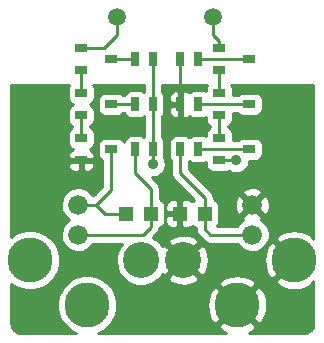
<source format=gtl>
G04 (created by PCBNEW (2013-07-07 BZR 4022)-stable) date 8/24/2014 7:03:50 PM*
%MOIN*%
G04 Gerber Fmt 3.4, Leading zero omitted, Abs format*
%FSLAX34Y34*%
G01*
G70*
G90*
G04 APERTURE LIST*
%ADD10C,0.00590551*%
%ADD11R,0.0394X0.0276*%
%ADD12R,0.025X0.045*%
%ADD13C,0.0590551*%
%ADD14C,0.066*%
%ADD15R,0.0472X0.0472*%
%ADD16C,0.15*%
%ADD17C,0.12*%
%ADD18C,0.035*%
%ADD19C,0.01*%
G04 APERTURE END LIST*
G54D10*
G54D11*
X59900Y-68700D03*
X58900Y-69075D03*
X58900Y-68325D03*
X59900Y-71700D03*
X58900Y-72075D03*
X58900Y-71325D03*
X59900Y-70200D03*
X58900Y-70575D03*
X58900Y-69825D03*
X64500Y-68700D03*
X63500Y-69075D03*
X63500Y-68325D03*
X64500Y-70200D03*
X63500Y-70575D03*
X63500Y-69825D03*
X64500Y-71700D03*
X63500Y-72075D03*
X63500Y-71325D03*
G54D12*
X61300Y-71700D03*
X60700Y-71700D03*
X61300Y-70200D03*
X60700Y-70200D03*
X61300Y-68700D03*
X60700Y-68700D03*
X62800Y-71700D03*
X62200Y-71700D03*
X62800Y-70200D03*
X62200Y-70200D03*
X62800Y-68700D03*
X62200Y-68700D03*
G54D13*
X63300Y-67300D03*
X60100Y-67300D03*
G54D14*
X58800Y-74550D03*
X58800Y-73550D03*
X64600Y-74550D03*
X64600Y-73550D03*
G54D15*
X61213Y-73850D03*
X60387Y-73850D03*
X63013Y-73850D03*
X62187Y-73850D03*
G54D16*
X57200Y-75400D03*
G54D17*
X60900Y-75400D03*
G54D16*
X59100Y-76900D03*
X64100Y-76900D03*
G54D17*
X62300Y-75400D03*
G54D16*
X66000Y-75400D03*
G54D18*
X64075Y-72075D03*
X61300Y-72200D03*
G54D19*
X62200Y-70300D02*
X62200Y-69300D01*
X62200Y-69300D02*
X62200Y-69200D01*
X62200Y-69200D02*
X62200Y-68700D01*
X58900Y-68325D02*
X59675Y-68325D01*
X60100Y-67900D02*
X60100Y-67300D01*
X59675Y-68325D02*
X60100Y-67900D01*
X60700Y-71700D02*
X60700Y-72500D01*
X61213Y-73013D02*
X61213Y-73850D01*
X60700Y-72500D02*
X61213Y-73013D01*
X58800Y-74550D02*
X60950Y-74550D01*
X61213Y-74287D02*
X61213Y-73850D01*
X60950Y-74550D02*
X61213Y-74287D01*
X63500Y-68325D02*
X63500Y-68100D01*
X63300Y-67900D02*
X63300Y-67300D01*
X63500Y-68100D02*
X63300Y-67900D01*
X62800Y-68700D02*
X64500Y-68700D01*
X62800Y-70200D02*
X64500Y-70200D01*
X64500Y-71700D02*
X62800Y-71700D01*
X63500Y-69825D02*
X63500Y-69075D01*
X63500Y-70575D02*
X63500Y-71325D01*
X59900Y-70200D02*
X60700Y-70200D01*
X58900Y-70575D02*
X58900Y-71325D01*
X58900Y-69075D02*
X58900Y-69825D01*
X60700Y-68700D02*
X59900Y-68700D01*
X62200Y-71700D02*
X62200Y-72500D01*
X63013Y-73313D02*
X63013Y-73850D01*
X62200Y-72500D02*
X63013Y-73313D01*
X64600Y-74550D02*
X63200Y-74550D01*
X63013Y-74363D02*
X63013Y-73850D01*
X63200Y-74550D02*
X63013Y-74363D01*
X59900Y-71700D02*
X59900Y-73050D01*
X59900Y-73050D02*
X59400Y-73550D01*
X59400Y-73550D02*
X58800Y-73550D01*
X58800Y-73550D02*
X59400Y-73550D01*
X59700Y-73850D02*
X60387Y-73850D01*
X59400Y-73550D02*
X59700Y-73850D01*
X64075Y-72075D02*
X63500Y-72075D01*
X61300Y-71700D02*
X61300Y-70200D01*
X61300Y-68700D02*
X61300Y-70200D01*
X61300Y-71800D02*
X61300Y-72200D01*
G54D10*
G36*
X66630Y-77564D02*
X66630Y-77565D01*
X66615Y-77619D01*
X66586Y-77678D01*
X66546Y-77730D01*
X66496Y-77773D01*
X66439Y-77806D01*
X66377Y-77828D01*
X66312Y-77837D01*
X66220Y-77831D01*
X66215Y-77831D01*
X66203Y-77830D01*
X66200Y-77830D01*
X65104Y-77830D01*
X65104Y-76892D01*
X65084Y-76697D01*
X65025Y-76509D01*
X64941Y-76350D01*
X64800Y-76269D01*
X64730Y-76340D01*
X64730Y-76199D01*
X64649Y-76058D01*
X64475Y-75967D01*
X64287Y-75912D01*
X64092Y-75895D01*
X63897Y-75915D01*
X63709Y-75974D01*
X63550Y-76058D01*
X63469Y-76199D01*
X64100Y-76829D01*
X64730Y-76199D01*
X64730Y-76340D01*
X64170Y-76900D01*
X64800Y-77530D01*
X64941Y-77449D01*
X65032Y-77275D01*
X65087Y-77087D01*
X65104Y-76892D01*
X65104Y-77830D01*
X64476Y-77830D01*
X64490Y-77825D01*
X64649Y-77741D01*
X64730Y-77600D01*
X64100Y-76970D01*
X64029Y-77041D01*
X64029Y-76900D01*
X63399Y-76269D01*
X63258Y-76350D01*
X63167Y-76524D01*
X63153Y-76572D01*
X63153Y-75385D01*
X63134Y-75220D01*
X63084Y-75061D01*
X63019Y-74939D01*
X62893Y-74876D01*
X62823Y-74947D01*
X62823Y-74806D01*
X62760Y-74680D01*
X62612Y-74605D01*
X62451Y-74559D01*
X62285Y-74546D01*
X62137Y-74563D01*
X62137Y-74273D01*
X62137Y-73900D01*
X62137Y-73800D01*
X62137Y-73426D01*
X62074Y-73364D01*
X61926Y-73363D01*
X61878Y-73373D01*
X61833Y-73392D01*
X61792Y-73419D01*
X61757Y-73453D01*
X61730Y-73494D01*
X61711Y-73539D01*
X61701Y-73587D01*
X61700Y-73636D01*
X61701Y-73737D01*
X61763Y-73800D01*
X62137Y-73800D01*
X62137Y-73900D01*
X61763Y-73900D01*
X61701Y-73962D01*
X61700Y-74063D01*
X61701Y-74112D01*
X61711Y-74160D01*
X61730Y-74205D01*
X61757Y-74246D01*
X61792Y-74280D01*
X61833Y-74307D01*
X61878Y-74326D01*
X61926Y-74336D01*
X62074Y-74336D01*
X62137Y-74273D01*
X62137Y-74563D01*
X62120Y-74565D01*
X61961Y-74615D01*
X61839Y-74680D01*
X61776Y-74806D01*
X62300Y-75329D01*
X62823Y-74806D01*
X62823Y-74947D01*
X62370Y-75400D01*
X62893Y-75923D01*
X63019Y-75860D01*
X63094Y-75712D01*
X63140Y-75551D01*
X63153Y-75385D01*
X63153Y-76572D01*
X63112Y-76712D01*
X63095Y-76907D01*
X63115Y-77102D01*
X63174Y-77290D01*
X63258Y-77449D01*
X63399Y-77530D01*
X64029Y-76900D01*
X64029Y-77041D01*
X63469Y-77600D01*
X63550Y-77741D01*
X63721Y-77830D01*
X62823Y-77830D01*
X62823Y-75993D01*
X62300Y-75470D01*
X61776Y-75993D01*
X61839Y-76119D01*
X61987Y-76194D01*
X62148Y-76240D01*
X62314Y-76253D01*
X62479Y-76234D01*
X62638Y-76184D01*
X62760Y-76119D01*
X62823Y-75993D01*
X62823Y-77830D01*
X59466Y-77830D01*
X59553Y-77796D01*
X59718Y-77691D01*
X59860Y-77556D01*
X59973Y-77396D01*
X60053Y-77217D01*
X60096Y-77025D01*
X60100Y-76801D01*
X60061Y-76609D01*
X59987Y-76428D01*
X59878Y-76264D01*
X59740Y-76125D01*
X59577Y-76016D01*
X59397Y-75940D01*
X59205Y-75900D01*
X59008Y-75899D01*
X58816Y-75936D01*
X58634Y-76009D01*
X58470Y-76116D01*
X58330Y-76254D01*
X58219Y-76415D01*
X58142Y-76596D01*
X58101Y-76787D01*
X58098Y-76984D01*
X58134Y-77176D01*
X58206Y-77359D01*
X58312Y-77524D01*
X58448Y-77665D01*
X58609Y-77777D01*
X58731Y-77830D01*
X56913Y-77830D01*
X56836Y-77822D01*
X56774Y-77804D01*
X56717Y-77774D01*
X56668Y-77733D01*
X56627Y-77683D01*
X56596Y-77627D01*
X56577Y-77566D01*
X56569Y-77489D01*
X56569Y-76179D01*
X56709Y-76277D01*
X56889Y-76355D01*
X57081Y-76397D01*
X57277Y-76401D01*
X57470Y-76367D01*
X57653Y-76296D01*
X57818Y-76191D01*
X57960Y-76056D01*
X58073Y-75896D01*
X58153Y-75717D01*
X58196Y-75525D01*
X58200Y-75301D01*
X58161Y-75109D01*
X58087Y-74928D01*
X57978Y-74764D01*
X57840Y-74625D01*
X57677Y-74516D01*
X57497Y-74440D01*
X57305Y-74400D01*
X57108Y-74399D01*
X56916Y-74436D01*
X56734Y-74509D01*
X56570Y-74616D01*
X56569Y-74617D01*
X56569Y-69550D01*
X58493Y-69550D01*
X58482Y-69567D01*
X58463Y-69612D01*
X58453Y-69660D01*
X58452Y-69709D01*
X58452Y-69987D01*
X58462Y-70035D01*
X58481Y-70080D01*
X58508Y-70121D01*
X58542Y-70156D01*
X58583Y-70183D01*
X58621Y-70200D01*
X58585Y-70215D01*
X58544Y-70242D01*
X58509Y-70276D01*
X58482Y-70317D01*
X58463Y-70362D01*
X58453Y-70410D01*
X58452Y-70459D01*
X58452Y-70737D01*
X58462Y-70785D01*
X58481Y-70830D01*
X58508Y-70871D01*
X58542Y-70906D01*
X58583Y-70933D01*
X58600Y-70940D01*
X58600Y-70959D01*
X58585Y-70965D01*
X58544Y-70992D01*
X58509Y-71026D01*
X58482Y-71067D01*
X58463Y-71112D01*
X58453Y-71160D01*
X58452Y-71209D01*
X58452Y-71487D01*
X58462Y-71535D01*
X58481Y-71580D01*
X58508Y-71621D01*
X58542Y-71656D01*
X58583Y-71683D01*
X58621Y-71700D01*
X58583Y-71716D01*
X58542Y-71743D01*
X58508Y-71778D01*
X58481Y-71819D01*
X58462Y-71864D01*
X58452Y-71912D01*
X58453Y-71962D01*
X58515Y-72025D01*
X58850Y-72025D01*
X58850Y-72017D01*
X58950Y-72017D01*
X58950Y-72025D01*
X59284Y-72025D01*
X59347Y-71962D01*
X59347Y-71912D01*
X59337Y-71864D01*
X59318Y-71819D01*
X59291Y-71778D01*
X59257Y-71743D01*
X59216Y-71716D01*
X59178Y-71699D01*
X59214Y-71684D01*
X59255Y-71657D01*
X59290Y-71623D01*
X59317Y-71582D01*
X59336Y-71537D01*
X59346Y-71489D01*
X59347Y-71440D01*
X59347Y-71162D01*
X59337Y-71114D01*
X59318Y-71069D01*
X59291Y-71028D01*
X59257Y-70993D01*
X59216Y-70966D01*
X59200Y-70959D01*
X59200Y-70940D01*
X59214Y-70934D01*
X59255Y-70907D01*
X59290Y-70873D01*
X59317Y-70832D01*
X59336Y-70787D01*
X59346Y-70739D01*
X59347Y-70690D01*
X59347Y-70412D01*
X59337Y-70364D01*
X59318Y-70319D01*
X59291Y-70278D01*
X59257Y-70243D01*
X59216Y-70216D01*
X59178Y-70199D01*
X59214Y-70184D01*
X59255Y-70157D01*
X59290Y-70123D01*
X59317Y-70082D01*
X59336Y-70037D01*
X59346Y-69989D01*
X59347Y-69940D01*
X59347Y-69662D01*
X59337Y-69614D01*
X59318Y-69569D01*
X59306Y-69550D01*
X61000Y-69550D01*
X61000Y-69796D01*
X60985Y-69781D01*
X60944Y-69754D01*
X60899Y-69735D01*
X60851Y-69725D01*
X60802Y-69724D01*
X60550Y-69724D01*
X60502Y-69734D01*
X60457Y-69753D01*
X60416Y-69780D01*
X60381Y-69814D01*
X60354Y-69855D01*
X60335Y-69900D01*
X60288Y-69900D01*
X60257Y-69868D01*
X60216Y-69841D01*
X60171Y-69822D01*
X60123Y-69812D01*
X60074Y-69811D01*
X59678Y-69811D01*
X59630Y-69821D01*
X59585Y-69840D01*
X59544Y-69867D01*
X59509Y-69901D01*
X59482Y-69942D01*
X59463Y-69987D01*
X59453Y-70035D01*
X59452Y-70084D01*
X59452Y-70362D01*
X59462Y-70410D01*
X59481Y-70455D01*
X59508Y-70496D01*
X59542Y-70531D01*
X59583Y-70558D01*
X59628Y-70577D01*
X59676Y-70587D01*
X59725Y-70588D01*
X60121Y-70588D01*
X60169Y-70578D01*
X60214Y-70559D01*
X60255Y-70532D01*
X60288Y-70500D01*
X60335Y-70500D01*
X60353Y-70542D01*
X60380Y-70583D01*
X60414Y-70618D01*
X60455Y-70645D01*
X60500Y-70664D01*
X60548Y-70674D01*
X60597Y-70675D01*
X60849Y-70675D01*
X60897Y-70665D01*
X60942Y-70646D01*
X60983Y-70619D01*
X60999Y-70603D01*
X61000Y-70603D01*
X61000Y-71296D01*
X60985Y-71281D01*
X60944Y-71254D01*
X60899Y-71235D01*
X60851Y-71225D01*
X60802Y-71224D01*
X60550Y-71224D01*
X60502Y-71234D01*
X60457Y-71253D01*
X60416Y-71280D01*
X60381Y-71314D01*
X60354Y-71355D01*
X60335Y-71400D01*
X60325Y-71448D01*
X60325Y-71459D01*
X60318Y-71444D01*
X60291Y-71403D01*
X60257Y-71368D01*
X60216Y-71341D01*
X60171Y-71322D01*
X60123Y-71312D01*
X60074Y-71311D01*
X59678Y-71311D01*
X59630Y-71321D01*
X59585Y-71340D01*
X59544Y-71367D01*
X59509Y-71401D01*
X59482Y-71442D01*
X59463Y-71487D01*
X59453Y-71535D01*
X59452Y-71584D01*
X59452Y-71862D01*
X59462Y-71910D01*
X59481Y-71955D01*
X59508Y-71996D01*
X59542Y-72031D01*
X59583Y-72058D01*
X59600Y-72065D01*
X59600Y-72925D01*
X59347Y-73178D01*
X59347Y-72237D01*
X59347Y-72187D01*
X59284Y-72125D01*
X58950Y-72125D01*
X58950Y-72400D01*
X59012Y-72463D01*
X59074Y-72463D01*
X59123Y-72462D01*
X59171Y-72452D01*
X59216Y-72433D01*
X59257Y-72406D01*
X59291Y-72371D01*
X59318Y-72330D01*
X59337Y-72285D01*
X59347Y-72237D01*
X59347Y-73178D01*
X59288Y-73237D01*
X59251Y-73181D01*
X59171Y-73100D01*
X59077Y-73037D01*
X58972Y-72993D01*
X58860Y-72970D01*
X58850Y-72970D01*
X58850Y-72400D01*
X58850Y-72125D01*
X58515Y-72125D01*
X58453Y-72187D01*
X58452Y-72237D01*
X58462Y-72285D01*
X58481Y-72330D01*
X58508Y-72371D01*
X58542Y-72406D01*
X58583Y-72433D01*
X58628Y-72452D01*
X58676Y-72462D01*
X58725Y-72463D01*
X58787Y-72463D01*
X58850Y-72400D01*
X58850Y-72970D01*
X58747Y-72969D01*
X58635Y-72990D01*
X58529Y-73033D01*
X58434Y-73095D01*
X58353Y-73175D01*
X58289Y-73269D01*
X58244Y-73373D01*
X58220Y-73485D01*
X58219Y-73598D01*
X58239Y-73710D01*
X58281Y-73816D01*
X58343Y-73912D01*
X58422Y-73993D01*
X58503Y-74050D01*
X58434Y-74095D01*
X58353Y-74175D01*
X58289Y-74269D01*
X58244Y-74373D01*
X58220Y-74485D01*
X58219Y-74598D01*
X58239Y-74710D01*
X58281Y-74816D01*
X58343Y-74912D01*
X58422Y-74993D01*
X58515Y-75058D01*
X58619Y-75104D01*
X58730Y-75128D01*
X58844Y-75131D01*
X58956Y-75111D01*
X59062Y-75070D01*
X59158Y-75009D01*
X59241Y-74930D01*
X59298Y-74850D01*
X60246Y-74850D01*
X60245Y-74850D01*
X60151Y-74988D01*
X60085Y-75141D01*
X60051Y-75304D01*
X60048Y-75471D01*
X60078Y-75635D01*
X60140Y-75790D01*
X60230Y-75930D01*
X60346Y-76050D01*
X60483Y-76145D01*
X60636Y-76212D01*
X60798Y-76248D01*
X60965Y-76251D01*
X61129Y-76222D01*
X61285Y-76162D01*
X61425Y-76073D01*
X61546Y-75958D01*
X61606Y-75873D01*
X61706Y-75923D01*
X62229Y-75400D01*
X61706Y-74876D01*
X61606Y-74926D01*
X61561Y-74860D01*
X61444Y-74741D01*
X61306Y-74648D01*
X61284Y-74639D01*
X61425Y-74499D01*
X61442Y-74477D01*
X61460Y-74456D01*
X61461Y-74455D01*
X61462Y-74453D01*
X61475Y-74429D01*
X61488Y-74405D01*
X61489Y-74403D01*
X61489Y-74402D01*
X61498Y-74375D01*
X61506Y-74349D01*
X61506Y-74347D01*
X61507Y-74346D01*
X61508Y-74329D01*
X61521Y-74326D01*
X61566Y-74307D01*
X61607Y-74280D01*
X61642Y-74246D01*
X61669Y-74205D01*
X61688Y-74160D01*
X61698Y-74112D01*
X61699Y-74063D01*
X61699Y-73589D01*
X61689Y-73541D01*
X61670Y-73496D01*
X61643Y-73455D01*
X61609Y-73420D01*
X61568Y-73393D01*
X61523Y-73374D01*
X61513Y-73371D01*
X61513Y-73013D01*
X61510Y-72985D01*
X61507Y-72957D01*
X61507Y-72956D01*
X61507Y-72954D01*
X61499Y-72928D01*
X61491Y-72901D01*
X61490Y-72900D01*
X61490Y-72898D01*
X61477Y-72874D01*
X61464Y-72849D01*
X61463Y-72848D01*
X61462Y-72846D01*
X61445Y-72825D01*
X61428Y-72803D01*
X61425Y-72801D01*
X61425Y-72801D01*
X61425Y-72801D01*
X61425Y-72800D01*
X61248Y-72623D01*
X61249Y-72624D01*
X61332Y-72625D01*
X61414Y-72611D01*
X61492Y-72581D01*
X61562Y-72536D01*
X61623Y-72479D01*
X61671Y-72410D01*
X61705Y-72334D01*
X61723Y-72253D01*
X61725Y-72158D01*
X61708Y-72076D01*
X61677Y-71999D01*
X61667Y-71985D01*
X61674Y-71951D01*
X61675Y-71902D01*
X61675Y-71450D01*
X61665Y-71402D01*
X61646Y-71357D01*
X61619Y-71316D01*
X61600Y-71296D01*
X61600Y-70603D01*
X61618Y-70585D01*
X61645Y-70544D01*
X61664Y-70499D01*
X61674Y-70451D01*
X61675Y-70402D01*
X61675Y-69950D01*
X61665Y-69902D01*
X61646Y-69857D01*
X61619Y-69816D01*
X61600Y-69796D01*
X61600Y-69550D01*
X63093Y-69550D01*
X63082Y-69567D01*
X63063Y-69612D01*
X63053Y-69660D01*
X63052Y-69709D01*
X63052Y-69759D01*
X63044Y-69754D01*
X62999Y-69735D01*
X62951Y-69725D01*
X62902Y-69724D01*
X62650Y-69724D01*
X62602Y-69734D01*
X62557Y-69753D01*
X62516Y-69780D01*
X62500Y-69796D01*
X62483Y-69780D01*
X62442Y-69753D01*
X62397Y-69734D01*
X62349Y-69724D01*
X62312Y-69725D01*
X62250Y-69787D01*
X62250Y-70150D01*
X62257Y-70150D01*
X62257Y-70250D01*
X62250Y-70250D01*
X62250Y-70612D01*
X62312Y-70675D01*
X62349Y-70675D01*
X62397Y-70665D01*
X62442Y-70646D01*
X62483Y-70619D01*
X62499Y-70603D01*
X62514Y-70618D01*
X62555Y-70645D01*
X62600Y-70664D01*
X62648Y-70674D01*
X62697Y-70675D01*
X62949Y-70675D01*
X62997Y-70665D01*
X63042Y-70646D01*
X63052Y-70640D01*
X63052Y-70737D01*
X63062Y-70785D01*
X63081Y-70830D01*
X63108Y-70871D01*
X63142Y-70906D01*
X63183Y-70933D01*
X63200Y-70940D01*
X63200Y-70959D01*
X63185Y-70965D01*
X63144Y-70992D01*
X63109Y-71026D01*
X63082Y-71067D01*
X63063Y-71112D01*
X63053Y-71160D01*
X63052Y-71209D01*
X63052Y-71259D01*
X63044Y-71254D01*
X62999Y-71235D01*
X62951Y-71225D01*
X62902Y-71224D01*
X62650Y-71224D01*
X62602Y-71234D01*
X62557Y-71253D01*
X62516Y-71280D01*
X62500Y-71296D01*
X62485Y-71281D01*
X62444Y-71254D01*
X62399Y-71235D01*
X62351Y-71225D01*
X62302Y-71224D01*
X62150Y-71224D01*
X62150Y-70612D01*
X62150Y-70250D01*
X62150Y-70150D01*
X62150Y-69787D01*
X62087Y-69725D01*
X62050Y-69724D01*
X62002Y-69734D01*
X61957Y-69753D01*
X61916Y-69780D01*
X61881Y-69814D01*
X61854Y-69855D01*
X61835Y-69900D01*
X61825Y-69948D01*
X61824Y-69997D01*
X61825Y-70087D01*
X61887Y-70150D01*
X62150Y-70150D01*
X62150Y-70250D01*
X61887Y-70250D01*
X61825Y-70312D01*
X61824Y-70402D01*
X61825Y-70451D01*
X61835Y-70499D01*
X61854Y-70544D01*
X61881Y-70585D01*
X61916Y-70619D01*
X61957Y-70646D01*
X62002Y-70665D01*
X62050Y-70675D01*
X62087Y-70675D01*
X62150Y-70612D01*
X62150Y-71224D01*
X62050Y-71224D01*
X62002Y-71234D01*
X61957Y-71253D01*
X61916Y-71280D01*
X61881Y-71314D01*
X61854Y-71355D01*
X61835Y-71400D01*
X61825Y-71448D01*
X61824Y-71497D01*
X61824Y-71949D01*
X61834Y-71997D01*
X61853Y-72042D01*
X61880Y-72083D01*
X61900Y-72103D01*
X61900Y-72500D01*
X61902Y-72527D01*
X61905Y-72555D01*
X61905Y-72556D01*
X61905Y-72558D01*
X61913Y-72584D01*
X61921Y-72611D01*
X61922Y-72612D01*
X61922Y-72614D01*
X61935Y-72638D01*
X61948Y-72663D01*
X61949Y-72664D01*
X61950Y-72666D01*
X61967Y-72687D01*
X61984Y-72709D01*
X61987Y-72711D01*
X61987Y-72711D01*
X61987Y-72711D01*
X61987Y-72712D01*
X62665Y-73389D01*
X62659Y-73392D01*
X62618Y-73419D01*
X62600Y-73437D01*
X62581Y-73419D01*
X62540Y-73392D01*
X62495Y-73373D01*
X62447Y-73363D01*
X62299Y-73364D01*
X62237Y-73426D01*
X62237Y-73800D01*
X62244Y-73800D01*
X62244Y-73900D01*
X62237Y-73900D01*
X62237Y-74273D01*
X62299Y-74336D01*
X62447Y-74336D01*
X62495Y-74326D01*
X62540Y-74307D01*
X62581Y-74280D01*
X62600Y-74262D01*
X62616Y-74279D01*
X62657Y-74306D01*
X62702Y-74325D01*
X62713Y-74328D01*
X62713Y-74363D01*
X62715Y-74390D01*
X62718Y-74418D01*
X62718Y-74419D01*
X62718Y-74421D01*
X62726Y-74447D01*
X62734Y-74474D01*
X62735Y-74475D01*
X62735Y-74477D01*
X62748Y-74501D01*
X62761Y-74526D01*
X62762Y-74527D01*
X62763Y-74529D01*
X62780Y-74550D01*
X62797Y-74572D01*
X62800Y-74574D01*
X62800Y-74574D01*
X62800Y-74574D01*
X62800Y-74575D01*
X62987Y-74762D01*
X63009Y-74779D01*
X63030Y-74797D01*
X63031Y-74798D01*
X63033Y-74799D01*
X63057Y-74812D01*
X63081Y-74825D01*
X63083Y-74826D01*
X63084Y-74826D01*
X63111Y-74835D01*
X63137Y-74843D01*
X63139Y-74843D01*
X63140Y-74844D01*
X63168Y-74846D01*
X63195Y-74849D01*
X63198Y-74849D01*
X63198Y-74849D01*
X63199Y-74849D01*
X63200Y-74850D01*
X64103Y-74850D01*
X64143Y-74912D01*
X64222Y-74993D01*
X64315Y-75058D01*
X64419Y-75104D01*
X64530Y-75128D01*
X64644Y-75131D01*
X64756Y-75111D01*
X64862Y-75070D01*
X64958Y-75009D01*
X65041Y-74930D01*
X65106Y-74837D01*
X65153Y-74733D01*
X65178Y-74623D01*
X65180Y-74493D01*
X65157Y-74381D01*
X65114Y-74276D01*
X65051Y-74181D01*
X64971Y-74100D01*
X64897Y-74050D01*
X64900Y-74049D01*
X64930Y-73951D01*
X64600Y-73620D01*
X64529Y-73691D01*
X64529Y-73550D01*
X64198Y-73219D01*
X64100Y-73249D01*
X64051Y-73351D01*
X64023Y-73462D01*
X64017Y-73575D01*
X64033Y-73688D01*
X64071Y-73795D01*
X64100Y-73850D01*
X64198Y-73880D01*
X64529Y-73550D01*
X64529Y-73691D01*
X64269Y-73951D01*
X64299Y-74049D01*
X64303Y-74051D01*
X64234Y-74095D01*
X64153Y-74175D01*
X64102Y-74250D01*
X63438Y-74250D01*
X63442Y-74246D01*
X63469Y-74205D01*
X63488Y-74160D01*
X63498Y-74112D01*
X63499Y-74063D01*
X63499Y-73589D01*
X63489Y-73541D01*
X63470Y-73496D01*
X63443Y-73455D01*
X63409Y-73420D01*
X63368Y-73393D01*
X63323Y-73374D01*
X63313Y-73371D01*
X63313Y-73313D01*
X63310Y-73285D01*
X63307Y-73257D01*
X63307Y-73256D01*
X63307Y-73254D01*
X63299Y-73228D01*
X63291Y-73201D01*
X63290Y-73200D01*
X63290Y-73198D01*
X63277Y-73174D01*
X63264Y-73149D01*
X63263Y-73148D01*
X63262Y-73146D01*
X63245Y-73125D01*
X63228Y-73103D01*
X63225Y-73101D01*
X63225Y-73101D01*
X63225Y-73101D01*
X63225Y-73100D01*
X62500Y-72375D01*
X62500Y-72103D01*
X62514Y-72118D01*
X62555Y-72145D01*
X62600Y-72164D01*
X62648Y-72174D01*
X62697Y-72175D01*
X62949Y-72175D01*
X62997Y-72165D01*
X63042Y-72146D01*
X63052Y-72140D01*
X63052Y-72237D01*
X63062Y-72285D01*
X63081Y-72330D01*
X63108Y-72371D01*
X63142Y-72406D01*
X63183Y-72433D01*
X63228Y-72452D01*
X63276Y-72462D01*
X63325Y-72463D01*
X63721Y-72463D01*
X63769Y-72453D01*
X63814Y-72434D01*
X63831Y-72423D01*
X63866Y-72447D01*
X63943Y-72481D01*
X64024Y-72499D01*
X64107Y-72500D01*
X64189Y-72486D01*
X64267Y-72456D01*
X64337Y-72411D01*
X64398Y-72354D01*
X64446Y-72285D01*
X64480Y-72209D01*
X64498Y-72128D01*
X64499Y-72088D01*
X64721Y-72088D01*
X64769Y-72078D01*
X64814Y-72059D01*
X64855Y-72032D01*
X64890Y-71998D01*
X64917Y-71957D01*
X64936Y-71912D01*
X64946Y-71864D01*
X64947Y-71815D01*
X64947Y-71537D01*
X64937Y-71489D01*
X64918Y-71444D01*
X64891Y-71403D01*
X64857Y-71368D01*
X64816Y-71341D01*
X64771Y-71322D01*
X64723Y-71312D01*
X64674Y-71311D01*
X64278Y-71311D01*
X64230Y-71321D01*
X64185Y-71340D01*
X64144Y-71367D01*
X64111Y-71400D01*
X63947Y-71400D01*
X63947Y-71162D01*
X63937Y-71114D01*
X63918Y-71069D01*
X63891Y-71028D01*
X63857Y-70993D01*
X63816Y-70966D01*
X63800Y-70959D01*
X63800Y-70940D01*
X63814Y-70934D01*
X63855Y-70907D01*
X63890Y-70873D01*
X63917Y-70832D01*
X63936Y-70787D01*
X63946Y-70739D01*
X63947Y-70690D01*
X63947Y-70500D01*
X64111Y-70500D01*
X64142Y-70531D01*
X64183Y-70558D01*
X64228Y-70577D01*
X64276Y-70587D01*
X64325Y-70588D01*
X64721Y-70588D01*
X64769Y-70578D01*
X64814Y-70559D01*
X64855Y-70532D01*
X64890Y-70498D01*
X64917Y-70457D01*
X64936Y-70412D01*
X64946Y-70364D01*
X64947Y-70315D01*
X64947Y-70037D01*
X64937Y-69989D01*
X64918Y-69944D01*
X64891Y-69903D01*
X64857Y-69868D01*
X64816Y-69841D01*
X64771Y-69822D01*
X64723Y-69812D01*
X64674Y-69811D01*
X64278Y-69811D01*
X64230Y-69821D01*
X64185Y-69840D01*
X64144Y-69867D01*
X64111Y-69900D01*
X63947Y-69900D01*
X63947Y-69662D01*
X63937Y-69614D01*
X63918Y-69569D01*
X63906Y-69550D01*
X66630Y-69550D01*
X66630Y-74698D01*
X66630Y-74699D01*
X66549Y-74558D01*
X66375Y-74467D01*
X66187Y-74412D01*
X65992Y-74395D01*
X65797Y-74415D01*
X65609Y-74474D01*
X65450Y-74558D01*
X65369Y-74699D01*
X66000Y-75329D01*
X66005Y-75323D01*
X66076Y-75394D01*
X66070Y-75400D01*
X66076Y-75405D01*
X66005Y-75476D01*
X66000Y-75470D01*
X65929Y-75541D01*
X65929Y-75400D01*
X65299Y-74769D01*
X65182Y-74837D01*
X65182Y-73524D01*
X65166Y-73411D01*
X65128Y-73304D01*
X65099Y-73249D01*
X65001Y-73219D01*
X64930Y-73289D01*
X64930Y-73148D01*
X64900Y-73050D01*
X64798Y-73001D01*
X64687Y-72973D01*
X64574Y-72967D01*
X64461Y-72983D01*
X64354Y-73021D01*
X64299Y-73050D01*
X64269Y-73148D01*
X64600Y-73479D01*
X64930Y-73148D01*
X64930Y-73289D01*
X64670Y-73550D01*
X65001Y-73880D01*
X65099Y-73850D01*
X65148Y-73748D01*
X65176Y-73637D01*
X65182Y-73524D01*
X65182Y-74837D01*
X65158Y-74850D01*
X65067Y-75024D01*
X65012Y-75212D01*
X64995Y-75407D01*
X65015Y-75602D01*
X65074Y-75790D01*
X65158Y-75949D01*
X65299Y-76030D01*
X65929Y-75400D01*
X65929Y-75541D01*
X65369Y-76100D01*
X65450Y-76241D01*
X65624Y-76332D01*
X65812Y-76387D01*
X66007Y-76404D01*
X66202Y-76384D01*
X66390Y-76325D01*
X66549Y-76241D01*
X66630Y-76100D01*
X66630Y-76100D01*
X66630Y-76101D01*
X66630Y-77564D01*
X66630Y-77564D01*
G37*
G54D19*
X66630Y-77564D02*
X66630Y-77565D01*
X66615Y-77619D01*
X66586Y-77678D01*
X66546Y-77730D01*
X66496Y-77773D01*
X66439Y-77806D01*
X66377Y-77828D01*
X66312Y-77837D01*
X66220Y-77831D01*
X66215Y-77831D01*
X66203Y-77830D01*
X66200Y-77830D01*
X65104Y-77830D01*
X65104Y-76892D01*
X65084Y-76697D01*
X65025Y-76509D01*
X64941Y-76350D01*
X64800Y-76269D01*
X64730Y-76340D01*
X64730Y-76199D01*
X64649Y-76058D01*
X64475Y-75967D01*
X64287Y-75912D01*
X64092Y-75895D01*
X63897Y-75915D01*
X63709Y-75974D01*
X63550Y-76058D01*
X63469Y-76199D01*
X64100Y-76829D01*
X64730Y-76199D01*
X64730Y-76340D01*
X64170Y-76900D01*
X64800Y-77530D01*
X64941Y-77449D01*
X65032Y-77275D01*
X65087Y-77087D01*
X65104Y-76892D01*
X65104Y-77830D01*
X64476Y-77830D01*
X64490Y-77825D01*
X64649Y-77741D01*
X64730Y-77600D01*
X64100Y-76970D01*
X64029Y-77041D01*
X64029Y-76900D01*
X63399Y-76269D01*
X63258Y-76350D01*
X63167Y-76524D01*
X63153Y-76572D01*
X63153Y-75385D01*
X63134Y-75220D01*
X63084Y-75061D01*
X63019Y-74939D01*
X62893Y-74876D01*
X62823Y-74947D01*
X62823Y-74806D01*
X62760Y-74680D01*
X62612Y-74605D01*
X62451Y-74559D01*
X62285Y-74546D01*
X62137Y-74563D01*
X62137Y-74273D01*
X62137Y-73900D01*
X62137Y-73800D01*
X62137Y-73426D01*
X62074Y-73364D01*
X61926Y-73363D01*
X61878Y-73373D01*
X61833Y-73392D01*
X61792Y-73419D01*
X61757Y-73453D01*
X61730Y-73494D01*
X61711Y-73539D01*
X61701Y-73587D01*
X61700Y-73636D01*
X61701Y-73737D01*
X61763Y-73800D01*
X62137Y-73800D01*
X62137Y-73900D01*
X61763Y-73900D01*
X61701Y-73962D01*
X61700Y-74063D01*
X61701Y-74112D01*
X61711Y-74160D01*
X61730Y-74205D01*
X61757Y-74246D01*
X61792Y-74280D01*
X61833Y-74307D01*
X61878Y-74326D01*
X61926Y-74336D01*
X62074Y-74336D01*
X62137Y-74273D01*
X62137Y-74563D01*
X62120Y-74565D01*
X61961Y-74615D01*
X61839Y-74680D01*
X61776Y-74806D01*
X62300Y-75329D01*
X62823Y-74806D01*
X62823Y-74947D01*
X62370Y-75400D01*
X62893Y-75923D01*
X63019Y-75860D01*
X63094Y-75712D01*
X63140Y-75551D01*
X63153Y-75385D01*
X63153Y-76572D01*
X63112Y-76712D01*
X63095Y-76907D01*
X63115Y-77102D01*
X63174Y-77290D01*
X63258Y-77449D01*
X63399Y-77530D01*
X64029Y-76900D01*
X64029Y-77041D01*
X63469Y-77600D01*
X63550Y-77741D01*
X63721Y-77830D01*
X62823Y-77830D01*
X62823Y-75993D01*
X62300Y-75470D01*
X61776Y-75993D01*
X61839Y-76119D01*
X61987Y-76194D01*
X62148Y-76240D01*
X62314Y-76253D01*
X62479Y-76234D01*
X62638Y-76184D01*
X62760Y-76119D01*
X62823Y-75993D01*
X62823Y-77830D01*
X59466Y-77830D01*
X59553Y-77796D01*
X59718Y-77691D01*
X59860Y-77556D01*
X59973Y-77396D01*
X60053Y-77217D01*
X60096Y-77025D01*
X60100Y-76801D01*
X60061Y-76609D01*
X59987Y-76428D01*
X59878Y-76264D01*
X59740Y-76125D01*
X59577Y-76016D01*
X59397Y-75940D01*
X59205Y-75900D01*
X59008Y-75899D01*
X58816Y-75936D01*
X58634Y-76009D01*
X58470Y-76116D01*
X58330Y-76254D01*
X58219Y-76415D01*
X58142Y-76596D01*
X58101Y-76787D01*
X58098Y-76984D01*
X58134Y-77176D01*
X58206Y-77359D01*
X58312Y-77524D01*
X58448Y-77665D01*
X58609Y-77777D01*
X58731Y-77830D01*
X56913Y-77830D01*
X56836Y-77822D01*
X56774Y-77804D01*
X56717Y-77774D01*
X56668Y-77733D01*
X56627Y-77683D01*
X56596Y-77627D01*
X56577Y-77566D01*
X56569Y-77489D01*
X56569Y-76179D01*
X56709Y-76277D01*
X56889Y-76355D01*
X57081Y-76397D01*
X57277Y-76401D01*
X57470Y-76367D01*
X57653Y-76296D01*
X57818Y-76191D01*
X57960Y-76056D01*
X58073Y-75896D01*
X58153Y-75717D01*
X58196Y-75525D01*
X58200Y-75301D01*
X58161Y-75109D01*
X58087Y-74928D01*
X57978Y-74764D01*
X57840Y-74625D01*
X57677Y-74516D01*
X57497Y-74440D01*
X57305Y-74400D01*
X57108Y-74399D01*
X56916Y-74436D01*
X56734Y-74509D01*
X56570Y-74616D01*
X56569Y-74617D01*
X56569Y-69550D01*
X58493Y-69550D01*
X58482Y-69567D01*
X58463Y-69612D01*
X58453Y-69660D01*
X58452Y-69709D01*
X58452Y-69987D01*
X58462Y-70035D01*
X58481Y-70080D01*
X58508Y-70121D01*
X58542Y-70156D01*
X58583Y-70183D01*
X58621Y-70200D01*
X58585Y-70215D01*
X58544Y-70242D01*
X58509Y-70276D01*
X58482Y-70317D01*
X58463Y-70362D01*
X58453Y-70410D01*
X58452Y-70459D01*
X58452Y-70737D01*
X58462Y-70785D01*
X58481Y-70830D01*
X58508Y-70871D01*
X58542Y-70906D01*
X58583Y-70933D01*
X58600Y-70940D01*
X58600Y-70959D01*
X58585Y-70965D01*
X58544Y-70992D01*
X58509Y-71026D01*
X58482Y-71067D01*
X58463Y-71112D01*
X58453Y-71160D01*
X58452Y-71209D01*
X58452Y-71487D01*
X58462Y-71535D01*
X58481Y-71580D01*
X58508Y-71621D01*
X58542Y-71656D01*
X58583Y-71683D01*
X58621Y-71700D01*
X58583Y-71716D01*
X58542Y-71743D01*
X58508Y-71778D01*
X58481Y-71819D01*
X58462Y-71864D01*
X58452Y-71912D01*
X58453Y-71962D01*
X58515Y-72025D01*
X58850Y-72025D01*
X58850Y-72017D01*
X58950Y-72017D01*
X58950Y-72025D01*
X59284Y-72025D01*
X59347Y-71962D01*
X59347Y-71912D01*
X59337Y-71864D01*
X59318Y-71819D01*
X59291Y-71778D01*
X59257Y-71743D01*
X59216Y-71716D01*
X59178Y-71699D01*
X59214Y-71684D01*
X59255Y-71657D01*
X59290Y-71623D01*
X59317Y-71582D01*
X59336Y-71537D01*
X59346Y-71489D01*
X59347Y-71440D01*
X59347Y-71162D01*
X59337Y-71114D01*
X59318Y-71069D01*
X59291Y-71028D01*
X59257Y-70993D01*
X59216Y-70966D01*
X59200Y-70959D01*
X59200Y-70940D01*
X59214Y-70934D01*
X59255Y-70907D01*
X59290Y-70873D01*
X59317Y-70832D01*
X59336Y-70787D01*
X59346Y-70739D01*
X59347Y-70690D01*
X59347Y-70412D01*
X59337Y-70364D01*
X59318Y-70319D01*
X59291Y-70278D01*
X59257Y-70243D01*
X59216Y-70216D01*
X59178Y-70199D01*
X59214Y-70184D01*
X59255Y-70157D01*
X59290Y-70123D01*
X59317Y-70082D01*
X59336Y-70037D01*
X59346Y-69989D01*
X59347Y-69940D01*
X59347Y-69662D01*
X59337Y-69614D01*
X59318Y-69569D01*
X59306Y-69550D01*
X61000Y-69550D01*
X61000Y-69796D01*
X60985Y-69781D01*
X60944Y-69754D01*
X60899Y-69735D01*
X60851Y-69725D01*
X60802Y-69724D01*
X60550Y-69724D01*
X60502Y-69734D01*
X60457Y-69753D01*
X60416Y-69780D01*
X60381Y-69814D01*
X60354Y-69855D01*
X60335Y-69900D01*
X60288Y-69900D01*
X60257Y-69868D01*
X60216Y-69841D01*
X60171Y-69822D01*
X60123Y-69812D01*
X60074Y-69811D01*
X59678Y-69811D01*
X59630Y-69821D01*
X59585Y-69840D01*
X59544Y-69867D01*
X59509Y-69901D01*
X59482Y-69942D01*
X59463Y-69987D01*
X59453Y-70035D01*
X59452Y-70084D01*
X59452Y-70362D01*
X59462Y-70410D01*
X59481Y-70455D01*
X59508Y-70496D01*
X59542Y-70531D01*
X59583Y-70558D01*
X59628Y-70577D01*
X59676Y-70587D01*
X59725Y-70588D01*
X60121Y-70588D01*
X60169Y-70578D01*
X60214Y-70559D01*
X60255Y-70532D01*
X60288Y-70500D01*
X60335Y-70500D01*
X60353Y-70542D01*
X60380Y-70583D01*
X60414Y-70618D01*
X60455Y-70645D01*
X60500Y-70664D01*
X60548Y-70674D01*
X60597Y-70675D01*
X60849Y-70675D01*
X60897Y-70665D01*
X60942Y-70646D01*
X60983Y-70619D01*
X60999Y-70603D01*
X61000Y-70603D01*
X61000Y-71296D01*
X60985Y-71281D01*
X60944Y-71254D01*
X60899Y-71235D01*
X60851Y-71225D01*
X60802Y-71224D01*
X60550Y-71224D01*
X60502Y-71234D01*
X60457Y-71253D01*
X60416Y-71280D01*
X60381Y-71314D01*
X60354Y-71355D01*
X60335Y-71400D01*
X60325Y-71448D01*
X60325Y-71459D01*
X60318Y-71444D01*
X60291Y-71403D01*
X60257Y-71368D01*
X60216Y-71341D01*
X60171Y-71322D01*
X60123Y-71312D01*
X60074Y-71311D01*
X59678Y-71311D01*
X59630Y-71321D01*
X59585Y-71340D01*
X59544Y-71367D01*
X59509Y-71401D01*
X59482Y-71442D01*
X59463Y-71487D01*
X59453Y-71535D01*
X59452Y-71584D01*
X59452Y-71862D01*
X59462Y-71910D01*
X59481Y-71955D01*
X59508Y-71996D01*
X59542Y-72031D01*
X59583Y-72058D01*
X59600Y-72065D01*
X59600Y-72925D01*
X59347Y-73178D01*
X59347Y-72237D01*
X59347Y-72187D01*
X59284Y-72125D01*
X58950Y-72125D01*
X58950Y-72400D01*
X59012Y-72463D01*
X59074Y-72463D01*
X59123Y-72462D01*
X59171Y-72452D01*
X59216Y-72433D01*
X59257Y-72406D01*
X59291Y-72371D01*
X59318Y-72330D01*
X59337Y-72285D01*
X59347Y-72237D01*
X59347Y-73178D01*
X59288Y-73237D01*
X59251Y-73181D01*
X59171Y-73100D01*
X59077Y-73037D01*
X58972Y-72993D01*
X58860Y-72970D01*
X58850Y-72970D01*
X58850Y-72400D01*
X58850Y-72125D01*
X58515Y-72125D01*
X58453Y-72187D01*
X58452Y-72237D01*
X58462Y-72285D01*
X58481Y-72330D01*
X58508Y-72371D01*
X58542Y-72406D01*
X58583Y-72433D01*
X58628Y-72452D01*
X58676Y-72462D01*
X58725Y-72463D01*
X58787Y-72463D01*
X58850Y-72400D01*
X58850Y-72970D01*
X58747Y-72969D01*
X58635Y-72990D01*
X58529Y-73033D01*
X58434Y-73095D01*
X58353Y-73175D01*
X58289Y-73269D01*
X58244Y-73373D01*
X58220Y-73485D01*
X58219Y-73598D01*
X58239Y-73710D01*
X58281Y-73816D01*
X58343Y-73912D01*
X58422Y-73993D01*
X58503Y-74050D01*
X58434Y-74095D01*
X58353Y-74175D01*
X58289Y-74269D01*
X58244Y-74373D01*
X58220Y-74485D01*
X58219Y-74598D01*
X58239Y-74710D01*
X58281Y-74816D01*
X58343Y-74912D01*
X58422Y-74993D01*
X58515Y-75058D01*
X58619Y-75104D01*
X58730Y-75128D01*
X58844Y-75131D01*
X58956Y-75111D01*
X59062Y-75070D01*
X59158Y-75009D01*
X59241Y-74930D01*
X59298Y-74850D01*
X60246Y-74850D01*
X60245Y-74850D01*
X60151Y-74988D01*
X60085Y-75141D01*
X60051Y-75304D01*
X60048Y-75471D01*
X60078Y-75635D01*
X60140Y-75790D01*
X60230Y-75930D01*
X60346Y-76050D01*
X60483Y-76145D01*
X60636Y-76212D01*
X60798Y-76248D01*
X60965Y-76251D01*
X61129Y-76222D01*
X61285Y-76162D01*
X61425Y-76073D01*
X61546Y-75958D01*
X61606Y-75873D01*
X61706Y-75923D01*
X62229Y-75400D01*
X61706Y-74876D01*
X61606Y-74926D01*
X61561Y-74860D01*
X61444Y-74741D01*
X61306Y-74648D01*
X61284Y-74639D01*
X61425Y-74499D01*
X61442Y-74477D01*
X61460Y-74456D01*
X61461Y-74455D01*
X61462Y-74453D01*
X61475Y-74429D01*
X61488Y-74405D01*
X61489Y-74403D01*
X61489Y-74402D01*
X61498Y-74375D01*
X61506Y-74349D01*
X61506Y-74347D01*
X61507Y-74346D01*
X61508Y-74329D01*
X61521Y-74326D01*
X61566Y-74307D01*
X61607Y-74280D01*
X61642Y-74246D01*
X61669Y-74205D01*
X61688Y-74160D01*
X61698Y-74112D01*
X61699Y-74063D01*
X61699Y-73589D01*
X61689Y-73541D01*
X61670Y-73496D01*
X61643Y-73455D01*
X61609Y-73420D01*
X61568Y-73393D01*
X61523Y-73374D01*
X61513Y-73371D01*
X61513Y-73013D01*
X61510Y-72985D01*
X61507Y-72957D01*
X61507Y-72956D01*
X61507Y-72954D01*
X61499Y-72928D01*
X61491Y-72901D01*
X61490Y-72900D01*
X61490Y-72898D01*
X61477Y-72874D01*
X61464Y-72849D01*
X61463Y-72848D01*
X61462Y-72846D01*
X61445Y-72825D01*
X61428Y-72803D01*
X61425Y-72801D01*
X61425Y-72801D01*
X61425Y-72801D01*
X61425Y-72800D01*
X61248Y-72623D01*
X61249Y-72624D01*
X61332Y-72625D01*
X61414Y-72611D01*
X61492Y-72581D01*
X61562Y-72536D01*
X61623Y-72479D01*
X61671Y-72410D01*
X61705Y-72334D01*
X61723Y-72253D01*
X61725Y-72158D01*
X61708Y-72076D01*
X61677Y-71999D01*
X61667Y-71985D01*
X61674Y-71951D01*
X61675Y-71902D01*
X61675Y-71450D01*
X61665Y-71402D01*
X61646Y-71357D01*
X61619Y-71316D01*
X61600Y-71296D01*
X61600Y-70603D01*
X61618Y-70585D01*
X61645Y-70544D01*
X61664Y-70499D01*
X61674Y-70451D01*
X61675Y-70402D01*
X61675Y-69950D01*
X61665Y-69902D01*
X61646Y-69857D01*
X61619Y-69816D01*
X61600Y-69796D01*
X61600Y-69550D01*
X63093Y-69550D01*
X63082Y-69567D01*
X63063Y-69612D01*
X63053Y-69660D01*
X63052Y-69709D01*
X63052Y-69759D01*
X63044Y-69754D01*
X62999Y-69735D01*
X62951Y-69725D01*
X62902Y-69724D01*
X62650Y-69724D01*
X62602Y-69734D01*
X62557Y-69753D01*
X62516Y-69780D01*
X62500Y-69796D01*
X62483Y-69780D01*
X62442Y-69753D01*
X62397Y-69734D01*
X62349Y-69724D01*
X62312Y-69725D01*
X62250Y-69787D01*
X62250Y-70150D01*
X62257Y-70150D01*
X62257Y-70250D01*
X62250Y-70250D01*
X62250Y-70612D01*
X62312Y-70675D01*
X62349Y-70675D01*
X62397Y-70665D01*
X62442Y-70646D01*
X62483Y-70619D01*
X62499Y-70603D01*
X62514Y-70618D01*
X62555Y-70645D01*
X62600Y-70664D01*
X62648Y-70674D01*
X62697Y-70675D01*
X62949Y-70675D01*
X62997Y-70665D01*
X63042Y-70646D01*
X63052Y-70640D01*
X63052Y-70737D01*
X63062Y-70785D01*
X63081Y-70830D01*
X63108Y-70871D01*
X63142Y-70906D01*
X63183Y-70933D01*
X63200Y-70940D01*
X63200Y-70959D01*
X63185Y-70965D01*
X63144Y-70992D01*
X63109Y-71026D01*
X63082Y-71067D01*
X63063Y-71112D01*
X63053Y-71160D01*
X63052Y-71209D01*
X63052Y-71259D01*
X63044Y-71254D01*
X62999Y-71235D01*
X62951Y-71225D01*
X62902Y-71224D01*
X62650Y-71224D01*
X62602Y-71234D01*
X62557Y-71253D01*
X62516Y-71280D01*
X62500Y-71296D01*
X62485Y-71281D01*
X62444Y-71254D01*
X62399Y-71235D01*
X62351Y-71225D01*
X62302Y-71224D01*
X62150Y-71224D01*
X62150Y-70612D01*
X62150Y-70250D01*
X62150Y-70150D01*
X62150Y-69787D01*
X62087Y-69725D01*
X62050Y-69724D01*
X62002Y-69734D01*
X61957Y-69753D01*
X61916Y-69780D01*
X61881Y-69814D01*
X61854Y-69855D01*
X61835Y-69900D01*
X61825Y-69948D01*
X61824Y-69997D01*
X61825Y-70087D01*
X61887Y-70150D01*
X62150Y-70150D01*
X62150Y-70250D01*
X61887Y-70250D01*
X61825Y-70312D01*
X61824Y-70402D01*
X61825Y-70451D01*
X61835Y-70499D01*
X61854Y-70544D01*
X61881Y-70585D01*
X61916Y-70619D01*
X61957Y-70646D01*
X62002Y-70665D01*
X62050Y-70675D01*
X62087Y-70675D01*
X62150Y-70612D01*
X62150Y-71224D01*
X62050Y-71224D01*
X62002Y-71234D01*
X61957Y-71253D01*
X61916Y-71280D01*
X61881Y-71314D01*
X61854Y-71355D01*
X61835Y-71400D01*
X61825Y-71448D01*
X61824Y-71497D01*
X61824Y-71949D01*
X61834Y-71997D01*
X61853Y-72042D01*
X61880Y-72083D01*
X61900Y-72103D01*
X61900Y-72500D01*
X61902Y-72527D01*
X61905Y-72555D01*
X61905Y-72556D01*
X61905Y-72558D01*
X61913Y-72584D01*
X61921Y-72611D01*
X61922Y-72612D01*
X61922Y-72614D01*
X61935Y-72638D01*
X61948Y-72663D01*
X61949Y-72664D01*
X61950Y-72666D01*
X61967Y-72687D01*
X61984Y-72709D01*
X61987Y-72711D01*
X61987Y-72711D01*
X61987Y-72711D01*
X61987Y-72712D01*
X62665Y-73389D01*
X62659Y-73392D01*
X62618Y-73419D01*
X62600Y-73437D01*
X62581Y-73419D01*
X62540Y-73392D01*
X62495Y-73373D01*
X62447Y-73363D01*
X62299Y-73364D01*
X62237Y-73426D01*
X62237Y-73800D01*
X62244Y-73800D01*
X62244Y-73900D01*
X62237Y-73900D01*
X62237Y-74273D01*
X62299Y-74336D01*
X62447Y-74336D01*
X62495Y-74326D01*
X62540Y-74307D01*
X62581Y-74280D01*
X62600Y-74262D01*
X62616Y-74279D01*
X62657Y-74306D01*
X62702Y-74325D01*
X62713Y-74328D01*
X62713Y-74363D01*
X62715Y-74390D01*
X62718Y-74418D01*
X62718Y-74419D01*
X62718Y-74421D01*
X62726Y-74447D01*
X62734Y-74474D01*
X62735Y-74475D01*
X62735Y-74477D01*
X62748Y-74501D01*
X62761Y-74526D01*
X62762Y-74527D01*
X62763Y-74529D01*
X62780Y-74550D01*
X62797Y-74572D01*
X62800Y-74574D01*
X62800Y-74574D01*
X62800Y-74574D01*
X62800Y-74575D01*
X62987Y-74762D01*
X63009Y-74779D01*
X63030Y-74797D01*
X63031Y-74798D01*
X63033Y-74799D01*
X63057Y-74812D01*
X63081Y-74825D01*
X63083Y-74826D01*
X63084Y-74826D01*
X63111Y-74835D01*
X63137Y-74843D01*
X63139Y-74843D01*
X63140Y-74844D01*
X63168Y-74846D01*
X63195Y-74849D01*
X63198Y-74849D01*
X63198Y-74849D01*
X63199Y-74849D01*
X63200Y-74850D01*
X64103Y-74850D01*
X64143Y-74912D01*
X64222Y-74993D01*
X64315Y-75058D01*
X64419Y-75104D01*
X64530Y-75128D01*
X64644Y-75131D01*
X64756Y-75111D01*
X64862Y-75070D01*
X64958Y-75009D01*
X65041Y-74930D01*
X65106Y-74837D01*
X65153Y-74733D01*
X65178Y-74623D01*
X65180Y-74493D01*
X65157Y-74381D01*
X65114Y-74276D01*
X65051Y-74181D01*
X64971Y-74100D01*
X64897Y-74050D01*
X64900Y-74049D01*
X64930Y-73951D01*
X64600Y-73620D01*
X64529Y-73691D01*
X64529Y-73550D01*
X64198Y-73219D01*
X64100Y-73249D01*
X64051Y-73351D01*
X64023Y-73462D01*
X64017Y-73575D01*
X64033Y-73688D01*
X64071Y-73795D01*
X64100Y-73850D01*
X64198Y-73880D01*
X64529Y-73550D01*
X64529Y-73691D01*
X64269Y-73951D01*
X64299Y-74049D01*
X64303Y-74051D01*
X64234Y-74095D01*
X64153Y-74175D01*
X64102Y-74250D01*
X63438Y-74250D01*
X63442Y-74246D01*
X63469Y-74205D01*
X63488Y-74160D01*
X63498Y-74112D01*
X63499Y-74063D01*
X63499Y-73589D01*
X63489Y-73541D01*
X63470Y-73496D01*
X63443Y-73455D01*
X63409Y-73420D01*
X63368Y-73393D01*
X63323Y-73374D01*
X63313Y-73371D01*
X63313Y-73313D01*
X63310Y-73285D01*
X63307Y-73257D01*
X63307Y-73256D01*
X63307Y-73254D01*
X63299Y-73228D01*
X63291Y-73201D01*
X63290Y-73200D01*
X63290Y-73198D01*
X63277Y-73174D01*
X63264Y-73149D01*
X63263Y-73148D01*
X63262Y-73146D01*
X63245Y-73125D01*
X63228Y-73103D01*
X63225Y-73101D01*
X63225Y-73101D01*
X63225Y-73101D01*
X63225Y-73100D01*
X62500Y-72375D01*
X62500Y-72103D01*
X62514Y-72118D01*
X62555Y-72145D01*
X62600Y-72164D01*
X62648Y-72174D01*
X62697Y-72175D01*
X62949Y-72175D01*
X62997Y-72165D01*
X63042Y-72146D01*
X63052Y-72140D01*
X63052Y-72237D01*
X63062Y-72285D01*
X63081Y-72330D01*
X63108Y-72371D01*
X63142Y-72406D01*
X63183Y-72433D01*
X63228Y-72452D01*
X63276Y-72462D01*
X63325Y-72463D01*
X63721Y-72463D01*
X63769Y-72453D01*
X63814Y-72434D01*
X63831Y-72423D01*
X63866Y-72447D01*
X63943Y-72481D01*
X64024Y-72499D01*
X64107Y-72500D01*
X64189Y-72486D01*
X64267Y-72456D01*
X64337Y-72411D01*
X64398Y-72354D01*
X64446Y-72285D01*
X64480Y-72209D01*
X64498Y-72128D01*
X64499Y-72088D01*
X64721Y-72088D01*
X64769Y-72078D01*
X64814Y-72059D01*
X64855Y-72032D01*
X64890Y-71998D01*
X64917Y-71957D01*
X64936Y-71912D01*
X64946Y-71864D01*
X64947Y-71815D01*
X64947Y-71537D01*
X64937Y-71489D01*
X64918Y-71444D01*
X64891Y-71403D01*
X64857Y-71368D01*
X64816Y-71341D01*
X64771Y-71322D01*
X64723Y-71312D01*
X64674Y-71311D01*
X64278Y-71311D01*
X64230Y-71321D01*
X64185Y-71340D01*
X64144Y-71367D01*
X64111Y-71400D01*
X63947Y-71400D01*
X63947Y-71162D01*
X63937Y-71114D01*
X63918Y-71069D01*
X63891Y-71028D01*
X63857Y-70993D01*
X63816Y-70966D01*
X63800Y-70959D01*
X63800Y-70940D01*
X63814Y-70934D01*
X63855Y-70907D01*
X63890Y-70873D01*
X63917Y-70832D01*
X63936Y-70787D01*
X63946Y-70739D01*
X63947Y-70690D01*
X63947Y-70500D01*
X64111Y-70500D01*
X64142Y-70531D01*
X64183Y-70558D01*
X64228Y-70577D01*
X64276Y-70587D01*
X64325Y-70588D01*
X64721Y-70588D01*
X64769Y-70578D01*
X64814Y-70559D01*
X64855Y-70532D01*
X64890Y-70498D01*
X64917Y-70457D01*
X64936Y-70412D01*
X64946Y-70364D01*
X64947Y-70315D01*
X64947Y-70037D01*
X64937Y-69989D01*
X64918Y-69944D01*
X64891Y-69903D01*
X64857Y-69868D01*
X64816Y-69841D01*
X64771Y-69822D01*
X64723Y-69812D01*
X64674Y-69811D01*
X64278Y-69811D01*
X64230Y-69821D01*
X64185Y-69840D01*
X64144Y-69867D01*
X64111Y-69900D01*
X63947Y-69900D01*
X63947Y-69662D01*
X63937Y-69614D01*
X63918Y-69569D01*
X63906Y-69550D01*
X66630Y-69550D01*
X66630Y-74698D01*
X66630Y-74699D01*
X66549Y-74558D01*
X66375Y-74467D01*
X66187Y-74412D01*
X65992Y-74395D01*
X65797Y-74415D01*
X65609Y-74474D01*
X65450Y-74558D01*
X65369Y-74699D01*
X66000Y-75329D01*
X66005Y-75323D01*
X66076Y-75394D01*
X66070Y-75400D01*
X66076Y-75405D01*
X66005Y-75476D01*
X66000Y-75470D01*
X65929Y-75541D01*
X65929Y-75400D01*
X65299Y-74769D01*
X65182Y-74837D01*
X65182Y-73524D01*
X65166Y-73411D01*
X65128Y-73304D01*
X65099Y-73249D01*
X65001Y-73219D01*
X64930Y-73289D01*
X64930Y-73148D01*
X64900Y-73050D01*
X64798Y-73001D01*
X64687Y-72973D01*
X64574Y-72967D01*
X64461Y-72983D01*
X64354Y-73021D01*
X64299Y-73050D01*
X64269Y-73148D01*
X64600Y-73479D01*
X64930Y-73148D01*
X64930Y-73289D01*
X64670Y-73550D01*
X65001Y-73880D01*
X65099Y-73850D01*
X65148Y-73748D01*
X65176Y-73637D01*
X65182Y-73524D01*
X65182Y-74837D01*
X65158Y-74850D01*
X65067Y-75024D01*
X65012Y-75212D01*
X64995Y-75407D01*
X65015Y-75602D01*
X65074Y-75790D01*
X65158Y-75949D01*
X65299Y-76030D01*
X65929Y-75400D01*
X65929Y-75541D01*
X65369Y-76100D01*
X65450Y-76241D01*
X65624Y-76332D01*
X65812Y-76387D01*
X66007Y-76404D01*
X66202Y-76384D01*
X66390Y-76325D01*
X66549Y-76241D01*
X66630Y-76100D01*
X66630Y-76100D01*
X66630Y-76101D01*
X66630Y-77564D01*
M02*

</source>
